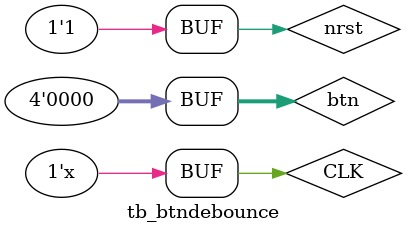
<source format=v>
`timescale 1ns / 1ps
module tb_btndebounce();
	reg CLK, nrst;
	reg [3:0] btn;
	wire [3:0] db_btn;

	btndebounce UUT(
		.CLK(CLK),
		.nrst(nrst),
		.btn(btn),
		.db_btn(db_btn)
	);

	always
		#10 CLK = ~CLK;

	initial begin
		CLK = 0;
		nrst = 0;
		btn = 0;

		#100;
		nrst = 1;

		#10 btn[1] = ~btn[1];
		#20 btn[1] = ~btn[1];;
		#10 btn[1] = ~btn[1];
		#200 btn[1] = ~btn[1];
		#50 btn[1] = ~btn[1];

		#600 btn[1] = ~btn[1];
		#7 btn[1] = ~btn[1];
		#12 btn[1] = ~btn[1];
		#20 btn[1] = ~btn[1];
		#5 btn[1] = ~btn[1];
	end
endmodule
</source>
